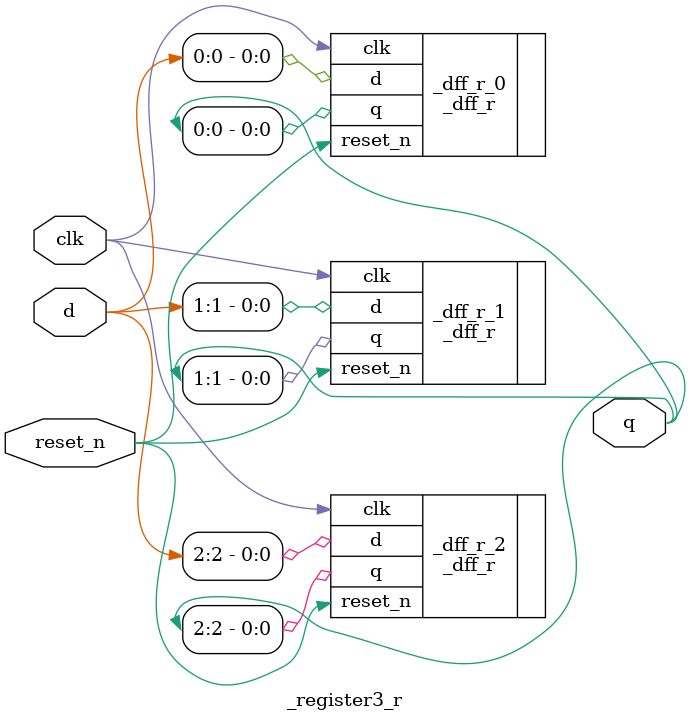
<source format=v>
module _register3_r(clk, d, q, reset_n);
	
	input 	reset_n, clk;	// input ports
	input		[2:0]	d;			// 8bit input port
	output	[2:0]	q;			// 8bit input port
	
	
    _dff_r _dff_r_0(.d(d[0]), .clk(clk), .q(q[0]), .reset_n(reset_n)); // Instance d flip flop with reset
    _dff_r _dff_r_1(.d(d[1]), .clk(clk), .q(q[1]), .reset_n(reset_n)); // Instance d flip flop with reset
    _dff_r _dff_r_2(.d(d[2]), .clk(clk), .q(q[2]), .reset_n(reset_n)); // Instance d flip flop with reset

	 
endmodule	// end

</source>
